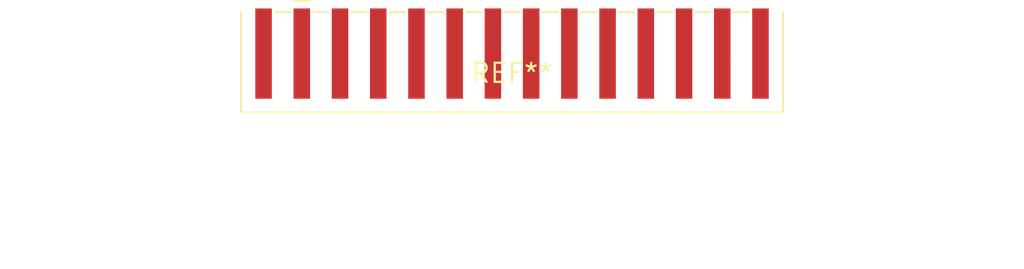
<source format=kicad_pcb>
(kicad_pcb (version 20240108) (generator pcbnew)
  (layers (0 "F.Cu" signal) (31 "B.Cu" signal) (34 "B.Paste" user) (35 "F.Paste" user) (36 "B.SilkS" user "B.Silkscreen") (37 "F.SilkS" user "F.Silkscreen") (38 "B.Mask" user) (39 "F.Mask" user) (44 "Edge.Cuts" user))
  (net 0 "")
  (footprint "Harting_har-flexicon_14111213002xxx_1x12-MP_P2.54mm_Horizontal" (layer "F.Cu") (at 0 0)
    (property "Reference" "REF**")
    (property "Value" "Harting_har-flexicon_14111213002xxx_1x12-MP_P2.54mm_Horizontal")
    (fp_line (start -18.005 -4.06) (end -18.005 2.61) (layer "F.SilkS") (stroke (width 0.12)))
    (fp_line (start -15.748 -4.06) (end -14.732 -4.06) (layer "F.SilkS") (stroke (width 0.12)))
    (fp_line (start -14.52 -4.8) (end -13.42 -4.8) (layer "F.SilkS") (stroke (width 0.12)))
    (fp_line (start -13.208 -4.06) (end -12.192 -4.06) (layer "F.SilkS") (stroke (width 0.12)))
    (fp_line (start -10.668 -4.06) (end -9.652 -4.06) (layer "F.SilkS") (stroke (width 0.12)))
    (fp_line (start -8.128 -4.06) (end -7.112 -4.06) (layer "F.SilkS") (stroke (width 0.12)))
    (fp_line (start -5.588 -4.06) (end -4.572 -4.06) (layer "F.SilkS") (stroke (width 0.12)))
    (fp_line (start -3.048 -4.06) (end -2.032 -4.06) (layer "F.SilkS") (stroke (width 0.12)))
    (fp_line (start -0.508 -4.06) (end 0.508 -4.06) (layer "F.SilkS") (stroke (width 0.12)))
    (fp_line (start 2.032 -4.06) (end 3.048 -4.06) (layer "F.SilkS") (stroke (width 0.12)))
    (fp_line (start 4.572 -4.06) (end 5.588 -4.06) (layer "F.SilkS") (stroke (width 0.12)))
    (fp_line (start 7.112 -4.06) (end 8.128 -4.06) (layer "F.SilkS") (stroke (width 0.12)))
    (fp_line (start 9.652 -4.06) (end 10.668 -4.06) (layer "F.SilkS") (stroke (width 0.12)))
    (fp_line (start 12.192 -4.06) (end 13.208 -4.06) (layer "F.SilkS") (stroke (width 0.12)))
    (fp_line (start 14.732 -4.06) (end 15.748 -4.06) (layer "F.SilkS") (stroke (width 0.12)))
    (fp_line (start 18.005 -4.06) (end 18.005 2.61) (layer "F.SilkS") (stroke (width 0.12)))
    (fp_line (start 18.005 2.61) (end -18.005 2.61) (layer "F.SilkS") (stroke (width 0.12)))
    (pad "" np_thru_hole circle (at -15.24 -1.5) (size 1 1) (drill 1) (layers *.Cu *.Mask))
    (pad "" np_thru_hole circle (at 15.24 -0.9) (size 1 1) (drill 1) (layers *.Cu *.Mask))
    (pad "1" smd rect (at -13.97 -1.3) (size 1.1 6) (layers "F.Cu" "F.Paste" "F.Mask"))
    (pad "2" smd rect (at -11.43 -1.3) (size 1.1 6) (layers "F.Cu" "F.Paste" "F.Mask"))
    (pad "3" smd rect (at -8.89 -1.3) (size 1.1 6) (layers "F.Cu" "F.Paste" "F.Mask"))
    (pad "4" smd rect (at -6.35 -1.3) (size 1.1 6) (layers "F.Cu" "F.Paste" "F.Mask"))
    (pad "5" smd rect (at -3.81 -1.3) (size 1.1 6) (layers "F.Cu" "F.Paste" "F.Mask"))
    (pad "6" smd rect (at -1.27 -1.3) (size 1.1 6) (layers "F.Cu" "F.Paste" "F.Mask"))
    (pad "7" smd rect (at 1.27 -1.3) (size 1.1 6) (layers "F.Cu" "F.Paste" "F.Mask"))
    (pad "8" smd rect (at 3.81 -1.3) (size 1.1 6) (layers "F.Cu" "F.Paste" "F.Mask"))
    (pad "9" smd rect (at 6.35 -1.3) (size 1.1 6) (layers "F.Cu" "F.Paste" "F.Mask"))
    (pad "10" smd rect (at 8.89 -1.3) (size 1.1 6) (layers "F.Cu" "F.Paste" "F.Mask"))
    (pad "11" smd rect (at 11.43 -1.3) (size 1.1 6) (layers "F.Cu" "F.Paste" "F.Mask"))
    (pad "12" smd rect (at 13.97 -1.3) (size 1.1 6) (layers "F.Cu" "F.Paste" "F.Mask"))
    (pad "MP" smd rect (at -16.51 -1.3) (size 1.1 6) (layers "F.Cu" "F.Paste" "F.Mask"))
    (pad "MP" smd rect (at 16.51 -1.3) (size 1.1 6) (layers "F.Cu" "F.Paste" "F.Mask"))
  )
)
</source>
